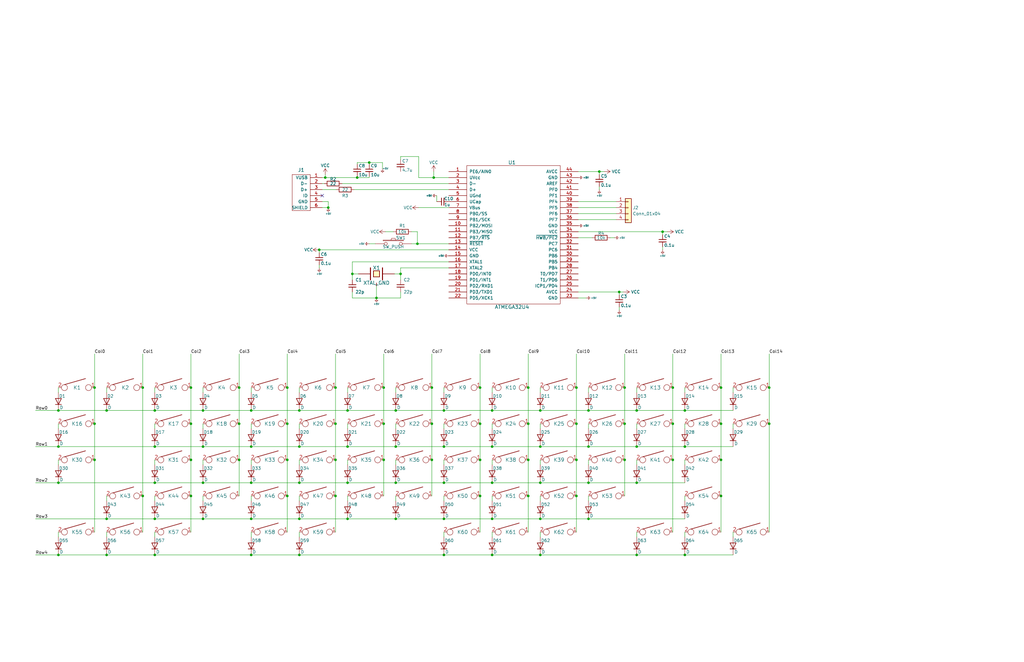
<source format=kicad_sch>
(kicad_sch (version 20211123) (generator eeschema)
  (paper "B")
  (junction (at 105.918 188.468))
  (junction (at 80.518 178.816))
  (junction (at 252.73 72.39))
  (junction (at 283.718 194.056))
  (junction (at 222.758 163.576))
  (junction (at 65.278 218.948))
  (junction (at 146.558 203.708))
  (junction (at 304.038 178.816))
  (junction (at 187.198 203.708))
  (junction (at 24.638 173.228))
  (junction (at 182.118 194.056))
  (junction (at 279.4 97.79))
  (junction (at 105.918 234.188))
  (junction (at 155.702 68.58))
  (junction (at 304.038 209.296))
  (junction (at 85.598 188.468))
  (junction (at 202.438 209.296))
  (junction (at 207.518 218.948))
  (junction (at 39.878 178.816))
  (junction (at 268.478 203.708))
  (junction (at 100.838 194.056))
  (junction (at 268.478 173.228))
  (junction (at 141.478 209.296))
  (junction (at 268.478 234.188))
  (junction (at 161.798 163.576))
  (junction (at 150.622 74.93))
  (junction (at 283.718 163.576))
  (junction (at 121.158 209.296))
  (junction (at 243.078 163.576))
  (junction (at 105.918 203.708))
  (junction (at 227.838 188.468))
  (junction (at 166.878 173.228))
  (junction (at 187.198 234.188))
  (junction (at 202.438 194.056))
  (junction (at 222.758 178.816))
  (junction (at 39.878 194.056))
  (junction (at 166.878 188.468))
  (junction (at 80.518 209.296))
  (junction (at 243.078 194.056))
  (junction (at 44.958 218.948))
  (junction (at 222.758 209.296))
  (junction (at 207.518 203.708))
  (junction (at 304.038 163.576))
  (junction (at 324.358 178.816))
  (junction (at 138.43 87.63))
  (junction (at 207.518 234.188))
  (junction (at 283.718 178.816))
  (junction (at 146.558 188.468))
  (junction (at 248.158 218.948))
  (junction (at 166.878 203.708))
  (junction (at 80.518 163.576))
  (junction (at 126.238 188.468))
  (junction (at 141.478 163.576))
  (junction (at 263.398 163.576))
  (junction (at 243.078 209.296))
  (junction (at 243.078 178.816))
  (junction (at 100.838 163.576))
  (junction (at 80.518 194.056))
  (junction (at 207.518 188.468))
  (junction (at 44.958 234.188))
  (junction (at 85.598 218.948))
  (junction (at 126.238 234.188))
  (junction (at 65.278 234.188))
  (junction (at 161.798 178.816))
  (junction (at 126.238 218.948))
  (junction (at 202.438 163.576))
  (junction (at 39.878 163.576))
  (junction (at 324.358 163.576))
  (junction (at 121.158 178.816))
  (junction (at 105.918 218.948))
  (junction (at 24.638 234.188))
  (junction (at 187.198 173.228))
  (junction (at 65.278 173.228))
  (junction (at 141.478 194.056))
  (junction (at 263.398 178.816))
  (junction (at 146.558 218.948))
  (junction (at 227.838 218.948))
  (junction (at 261.112 123.19))
  (junction (at 187.198 188.468))
  (junction (at 121.158 194.056))
  (junction (at 65.278 188.468))
  (junction (at 248.158 173.228))
  (junction (at 222.758 194.056))
  (junction (at 126.238 173.228))
  (junction (at 65.278 203.708))
  (junction (at 288.798 173.228))
  (junction (at 288.798 188.468))
  (junction (at 227.838 173.228))
  (junction (at 146.558 173.228))
  (junction (at 24.638 188.468))
  (junction (at 207.518 173.228))
  (junction (at 148.59 115.57))
  (junction (at 268.478 188.468))
  (junction (at 263.398 194.056))
  (junction (at 141.478 178.816))
  (junction (at 168.91 115.57))
  (junction (at 158.75 125.73))
  (junction (at 85.598 173.228))
  (junction (at 134.62 105.41))
  (junction (at 182.118 178.816))
  (junction (at 182.88 74.93))
  (junction (at 105.918 173.228))
  (junction (at 227.838 234.188))
  (junction (at 182.118 163.576))
  (junction (at 121.158 163.576))
  (junction (at 227.838 203.708))
  (junction (at 248.158 203.708))
  (junction (at 60.198 209.296))
  (junction (at 60.198 163.576))
  (junction (at 137.16 74.93))
  (junction (at 248.158 188.468))
  (junction (at 202.438 178.816))
  (junction (at 85.598 203.708))
  (junction (at 44.958 173.228))
  (junction (at 126.238 203.708))
  (junction (at 187.198 218.948))
  (junction (at 304.038 194.056))
  (junction (at 161.798 194.056))
  (junction (at 176.022 102.87))
  (junction (at 166.878 218.948))
  (junction (at 100.838 178.816))
  (junction (at 24.638 203.708))
  (junction (at 288.798 234.188))
  (no_connect (at 135.89 82.55))
  (wire (pts (xy 168.91 115.57) (xy 168.91 118.11)))
  (wire (pts (xy 146.558 218.948) (xy 166.878 218.948)))
  (wire (pts (xy 283.718 194.056) (xy 283.718 224.536)))
  (wire (pts (xy 137.16 73.66) (xy 137.16 74.93)))
  (wire (pts (xy 135.89 87.63) (xy 138.43 87.63)))
  (wire (pts (xy 248.158 178.816) (xy 248.158 180.848)))
  (wire (pts (xy 39.878 178.816) (xy 39.878 194.056)))
  (wire (pts (xy 222.758 149.352) (xy 222.758 163.576)))
  (wire (pts (xy 202.438 149.352) (xy 202.438 163.576)))
  (wire (pts (xy 150.622 74.93) (xy 155.702 74.93)))
  (wire (pts (xy 187.198 178.816) (xy 187.198 180.848)))
  (wire (pts (xy 288.798 188.468) (xy 309.118 188.468)))
  (wire (pts (xy 207.518 194.056) (xy 207.518 196.088)))
  (wire (pts (xy 39.878 194.056) (xy 39.878 224.536)))
  (wire (pts (xy 141.478 209.296) (xy 141.478 224.536)))
  (wire (pts (xy 155.702 68.58) (xy 155.702 69.342)))
  (wire (pts (xy 243.84 100.33) (xy 249.682 100.33)))
  (wire (pts (xy 252.73 72.39) (xy 254.762 72.39)))
  (wire (pts (xy 144.272 77.47) (xy 189.23 77.47)))
  (wire (pts (xy 182.118 149.352) (xy 182.118 163.576)))
  (wire (pts (xy 187.198 234.188) (xy 207.518 234.188)))
  (wire (pts (xy 166.878 173.228) (xy 187.198 173.228)))
  (wire (pts (xy 105.918 224.536) (xy 105.918 226.568)))
  (wire (pts (xy 268.478 163.576) (xy 268.478 165.608)))
  (wire (pts (xy 44.958 209.296) (xy 44.958 211.328)))
  (wire (pts (xy 141.478 149.352) (xy 141.478 163.576)))
  (wire (pts (xy 105.918 218.948) (xy 126.238 218.948)))
  (wire (pts (xy 24.638 194.056) (xy 24.638 196.088)))
  (wire (pts (xy 65.278 224.536) (xy 65.278 226.568)))
  (wire (pts (xy 283.718 149.352) (xy 283.718 163.576)))
  (wire (pts (xy 202.438 194.056) (xy 202.438 209.296)))
  (wire (pts (xy 161.798 163.576) (xy 161.798 178.816)))
  (wire (pts (xy 126.238 224.536) (xy 126.238 226.568)))
  (wire (pts (xy 222.758 194.056) (xy 222.758 209.296)))
  (wire (pts (xy 121.158 209.296) (xy 121.158 224.536)))
  (wire (pts (xy 39.878 149.352) (xy 39.878 163.576)))
  (wire (pts (xy 176.022 102.87) (xy 189.23 102.87)))
  (wire (pts (xy 24.638 203.708) (xy 65.278 203.708)))
  (wire (pts (xy 85.598 188.468) (xy 105.918 188.468)))
  (wire (pts (xy 227.838 194.056) (xy 227.838 196.088)))
  (wire (pts (xy 161.29 68.58) (xy 161.29 71.12)))
  (wire (pts (xy 202.438 209.296) (xy 202.438 224.536)))
  (wire (pts (xy 85.598 209.296) (xy 85.598 211.328)))
  (wire (pts (xy 243.84 125.73) (xy 247.142 125.73)))
  (wire (pts (xy 80.518 149.352) (xy 80.518 163.576)))
  (wire (pts (xy 85.598 178.816) (xy 85.598 180.848)))
  (wire (pts (xy 222.758 163.576) (xy 222.758 178.816)))
  (wire (pts (xy 134.62 105.41) (xy 189.23 105.41)))
  (wire (pts (xy 187.198 203.708) (xy 207.518 203.708)))
  (wire (pts (xy 105.918 178.816) (xy 105.918 180.848)))
  (wire (pts (xy 24.638 173.228) (xy 44.958 173.228)))
  (wire (pts (xy 135.89 74.93) (xy 137.16 74.93)))
  (wire (pts (xy 148.59 118.11) (xy 148.59 115.57)))
  (wire (pts (xy 24.638 178.816) (xy 24.638 180.848)))
  (wire (pts (xy 134.62 105.41) (xy 134.62 106.68)))
  (wire (pts (xy 227.838 218.948) (xy 248.158 218.948)))
  (wire (pts (xy 248.158 188.468) (xy 268.478 188.468)))
  (wire (pts (xy 268.478 224.536) (xy 268.478 226.568)))
  (wire (pts (xy 227.838 234.188) (xy 268.478 234.188)))
  (wire (pts (xy 148.59 115.57) (xy 151.13 115.57)))
  (wire (pts (xy 187.198 163.576) (xy 187.198 165.608)))
  (wire (pts (xy 155.702 68.58) (xy 161.29 68.58)))
  (wire (pts (xy 146.558 178.816) (xy 146.558 180.848)))
  (wire (pts (xy 65.278 163.576) (xy 65.278 165.608)))
  (wire (pts (xy 182.88 74.93) (xy 176.53 74.93)))
  (wire (pts (xy 304.038 178.816) (xy 304.038 194.056)))
  (wire (pts (xy 60.198 209.296) (xy 60.198 224.536)))
  (wire (pts (xy 80.518 163.576) (xy 80.518 178.816)))
  (wire (pts (xy 202.438 163.576) (xy 202.438 178.816)))
  (wire (pts (xy 207.518 209.296) (xy 207.518 211.328)))
  (wire (pts (xy 24.638 163.576) (xy 24.638 165.608)))
  (wire (pts (xy 252.73 72.39) (xy 252.73 73.66)))
  (wire (pts (xy 126.238 234.188) (xy 187.198 234.188)))
  (wire (pts (xy 263.398 163.576) (xy 263.398 178.816)))
  (wire (pts (xy 150.622 68.58) (xy 155.702 68.58)))
  (wire (pts (xy 134.62 111.76) (xy 134.62 113.03)))
  (wire (pts (xy 173.482 102.87) (xy 176.022 102.87)))
  (wire (pts (xy 207.518 203.708) (xy 227.838 203.708)))
  (wire (pts (xy 182.118 178.816) (xy 182.118 194.056)))
  (wire (pts (xy 324.358 149.352) (xy 324.358 163.576)))
  (wire (pts (xy 121.158 163.576) (xy 121.158 178.816)))
  (wire (pts (xy 309.118 178.816) (xy 309.118 180.848)))
  (wire (pts (xy 227.838 178.816) (xy 227.838 180.848)))
  (wire (pts (xy 324.358 178.816) (xy 324.358 224.536)))
  (wire (pts (xy 24.638 234.188) (xy 44.958 234.188)))
  (wire (pts (xy 141.478 178.816) (xy 141.478 194.056)))
  (wire (pts (xy 304.038 209.296) (xy 304.038 224.536)))
  (wire (pts (xy 261.112 123.19) (xy 261.112 124.46)))
  (wire (pts (xy 283.718 163.576) (xy 283.718 178.816)))
  (wire (pts (xy 14.986 218.948) (xy 44.958 218.948)))
  (wire (pts (xy 243.84 72.39) (xy 252.73 72.39)))
  (wire (pts (xy 182.118 163.576) (xy 182.118 178.816)))
  (wire (pts (xy 150.622 74.422) (xy 150.622 74.93)))
  (wire (pts (xy 126.238 173.228) (xy 146.558 173.228)))
  (wire (pts (xy 141.478 163.576) (xy 141.478 178.816)))
  (wire (pts (xy 227.838 209.296) (xy 227.838 211.328)))
  (wire (pts (xy 80.518 178.816) (xy 80.518 194.056)))
  (wire (pts (xy 187.198 218.948) (xy 207.518 218.948)))
  (wire (pts (xy 121.158 178.816) (xy 121.158 194.056)))
  (wire (pts (xy 248.158 173.228) (xy 268.478 173.228)))
  (wire (pts (xy 304.038 194.056) (xy 304.038 209.296)))
  (wire (pts (xy 166.878 194.056) (xy 166.878 196.088)))
  (wire (pts (xy 166.878 203.708) (xy 187.198 203.708)))
  (wire (pts (xy 248.158 163.576) (xy 248.158 165.608)))
  (wire (pts (xy 100.838 194.056) (xy 100.838 209.296)))
  (wire (pts (xy 150.622 69.342) (xy 150.622 68.58)))
  (wire (pts (xy 162.56 97.79) (xy 165.862 97.79)))
  (wire (pts (xy 166.878 209.296) (xy 166.878 211.328)))
  (wire (pts (xy 85.598 218.948) (xy 105.918 218.948)))
  (wire (pts (xy 243.078 163.576) (xy 243.078 178.816)))
  (wire (pts (xy 121.158 194.056) (xy 121.158 209.296)))
  (wire (pts (xy 279.4 97.79) (xy 281.432 97.79)))
  (wire (pts (xy 146.558 209.296) (xy 146.558 211.328)))
  (wire (pts (xy 227.838 203.708) (xy 248.158 203.708)))
  (wire (pts (xy 207.518 173.228) (xy 227.838 173.228)))
  (wire (pts (xy 248.158 218.948) (xy 288.798 218.948)))
  (wire (pts (xy 65.278 173.228) (xy 85.598 173.228)))
  (wire (pts (xy 138.43 85.09) (xy 135.89 85.09)))
  (wire (pts (xy 161.798 149.352) (xy 161.798 163.576)))
  (wire (pts (xy 65.278 194.056) (xy 65.278 196.088)))
  (wire (pts (xy 176.022 97.79) (xy 176.022 102.87)))
  (wire (pts (xy 176.53 66.04) (xy 168.91 66.04)))
  (wire (pts (xy 309.118 224.536) (xy 309.118 226.568)))
  (wire (pts (xy 85.598 173.228) (xy 105.918 173.228)))
  (wire (pts (xy 135.89 77.47) (xy 136.652 77.47)))
  (wire (pts (xy 146.558 203.708) (xy 166.878 203.708)))
  (wire (pts (xy 184.15 82.55) (xy 184.15 85.09)))
  (wire (pts (xy 126.238 163.576) (xy 126.238 165.608)))
  (wire (pts (xy 187.198 173.228) (xy 207.518 173.228)))
  (wire (pts (xy 44.958 173.228) (xy 65.278 173.228)))
  (wire (pts (xy 44.958 218.948) (xy 65.278 218.948)))
  (wire (pts (xy 279.4 104.14) (xy 279.4 105.41)))
  (wire (pts (xy 187.198 194.056) (xy 187.198 196.088)))
  (wire (pts (xy 243.84 123.19) (xy 261.112 123.19)))
  (wire (pts (xy 187.198 224.536) (xy 187.198 226.568)))
  (wire (pts (xy 65.278 203.708) (xy 85.598 203.708)))
  (wire (pts (xy 155.702 74.93) (xy 155.702 74.422)))
  (wire (pts (xy 168.91 125.73) (xy 168.91 123.19)))
  (wire (pts (xy 268.478 234.188) (xy 288.798 234.188)))
  (wire (pts (xy 227.838 188.468) (xy 248.158 188.468)))
  (wire (pts (xy 80.518 209.296) (xy 80.518 224.536)))
  (wire (pts (xy 65.278 178.816) (xy 65.278 180.848)))
  (wire (pts (xy 126.238 209.296) (xy 126.238 211.328)))
  (wire (pts (xy 207.518 178.816) (xy 207.518 180.848)))
  (wire (pts (xy 148.59 110.49) (xy 189.23 110.49)))
  (wire (pts (xy 227.838 173.228) (xy 248.158 173.228)))
  (wire (pts (xy 126.238 203.708) (xy 146.558 203.708)))
  (wire (pts (xy 304.038 163.576) (xy 304.038 178.816)))
  (wire (pts (xy 85.598 203.708) (xy 105.918 203.708)))
  (wire (pts (xy 60.198 149.352) (xy 60.198 163.576)))
  (wire (pts (xy 148.59 115.57) (xy 148.59 110.49)))
  (wire (pts (xy 161.798 194.056) (xy 161.798 209.296)))
  (wire (pts (xy 141.478 194.056) (xy 141.478 209.296)))
  (wire (pts (xy 146.558 173.228) (xy 166.878 173.228)))
  (wire (pts (xy 105.918 173.228) (xy 126.238 173.228)))
  (wire (pts (xy 243.84 90.17) (xy 259.842 90.17)))
  (wire (pts (xy 173.482 97.79) (xy 176.022 97.79)))
  (wire (pts (xy 268.478 203.708) (xy 288.798 203.708)))
  (wire (pts (xy 207.518 224.536) (xy 207.518 226.568)))
  (wire (pts (xy 100.838 163.576) (xy 100.838 178.816)))
  (wire (pts (xy 24.638 188.468) (xy 65.278 188.468)))
  (wire (pts (xy 243.078 209.296) (xy 243.078 224.536)))
  (wire (pts (xy 187.198 188.468) (xy 207.518 188.468)))
  (wire (pts (xy 304.038 149.352) (xy 304.038 163.576)))
  (wire (pts (xy 158.75 120.65) (xy 158.75 125.73)))
  (wire (pts (xy 207.518 218.948) (xy 227.838 218.948)))
  (wire (pts (xy 121.158 149.352) (xy 121.158 163.576)))
  (wire (pts (xy 202.438 178.816) (xy 202.438 194.056)))
  (wire (pts (xy 105.918 194.056) (xy 105.918 196.088)))
  (wire (pts (xy 288.798 178.816) (xy 288.798 180.848)))
  (wire (pts (xy 39.878 163.576) (xy 39.878 178.816)))
  (wire (pts (xy 14.986 234.188) (xy 24.638 234.188)))
  (wire (pts (xy 149.352 80.01) (xy 189.23 80.01)))
  (wire (pts (xy 207.518 188.468) (xy 227.838 188.468)))
  (wire (pts (xy 268.478 178.816) (xy 268.478 180.848)))
  (wire (pts (xy 158.75 125.73) (xy 168.91 125.73)))
  (wire (pts (xy 14.986 173.228) (xy 24.638 173.228)))
  (wire (pts (xy 126.238 178.816) (xy 126.238 180.848)))
  (wire (pts (xy 288.798 209.296) (xy 288.798 211.328)))
  (wire (pts (xy 263.398 149.352) (xy 263.398 163.576)))
  (wire (pts (xy 138.43 87.63) (xy 138.43 85.09)))
  (wire (pts (xy 288.798 173.228) (xy 309.118 173.228)))
  (wire (pts (xy 207.518 234.188) (xy 227.838 234.188)))
  (wire (pts (xy 148.59 125.73) (xy 148.59 123.19)))
  (wire (pts (xy 243.84 92.71) (xy 259.842 92.71)))
  (wire (pts (xy 65.278 218.948) (xy 85.598 218.948)))
  (wire (pts (xy 126.238 218.948) (xy 146.558 218.948)))
  (wire (pts (xy 324.358 163.576) (xy 324.358 178.816)))
  (wire (pts (xy 176.53 87.63) (xy 189.23 87.63)))
  (wire (pts (xy 279.4 97.79) (xy 279.4 99.06)))
  (wire (pts (xy 261.112 123.19) (xy 262.89 123.19)))
  (wire (pts (xy 248.158 194.056) (xy 248.158 196.088)))
  (wire (pts (xy 222.758 209.296) (xy 222.758 224.536)))
  (wire (pts (xy 166.37 115.57) (xy 168.91 115.57)))
  (wire (pts (xy 166.878 178.816) (xy 166.878 180.848)))
  (wire (pts (xy 263.398 178.816) (xy 263.398 194.056)))
  (wire (pts (xy 243.078 178.816) (xy 243.078 194.056)))
  (wire (pts (xy 243.078 149.352) (xy 243.078 163.576)))
  (wire (pts (xy 100.838 178.816) (xy 100.838 194.056)))
  (wire (pts (xy 146.558 163.576) (xy 146.558 165.608)))
  (wire (pts (xy 207.518 163.576) (xy 207.518 165.608)))
  (wire (pts (xy 105.918 234.188) (xy 126.238 234.188)))
  (wire (pts (xy 261.112 129.54) (xy 261.112 130.81)))
  (wire (pts (xy 283.718 178.816) (xy 283.718 194.056)))
  (wire (pts (xy 263.398 194.056) (xy 263.398 209.296)))
  (wire (pts (xy 166.878 163.576) (xy 166.878 165.608)))
  (wire (pts (xy 227.838 163.576) (xy 227.838 165.608)))
  (wire (pts (xy 161.798 178.816) (xy 161.798 194.056)))
  (wire (pts (xy 14.986 203.708) (xy 24.638 203.708)))
  (wire (pts (xy 176.53 66.04) (xy 176.53 74.93)))
  (wire (pts (xy 44.958 234.188) (xy 65.278 234.188)))
  (wire (pts (xy 189.23 74.93) (xy 182.88 74.93)))
  (wire (pts (xy 65.278 188.468) (xy 85.598 188.468)))
  (wire (pts (xy 222.758 178.816) (xy 222.758 194.056)))
  (wire (pts (xy 166.878 218.948) (xy 187.198 218.948)))
  (wire (pts (xy 146.558 194.056) (xy 146.558 196.088)))
  (wire (pts (xy 105.918 209.296) (xy 105.918 211.328)))
  (wire (pts (xy 65.278 234.188) (xy 105.918 234.188)))
  (wire (pts (xy 100.838 149.352) (xy 100.838 163.576)))
  (wire (pts (xy 288.798 234.188) (xy 309.118 234.188)))
  (wire (pts (xy 14.986 188.468) (xy 24.638 188.468)))
  (wire (pts (xy 248.158 203.708) (xy 268.478 203.708)))
  (wire (pts (xy 80.518 194.056) (xy 80.518 209.296)))
  (wire (pts (xy 60.198 163.576) (xy 60.198 209.296)))
  (wire (pts (xy 182.88 72.39) (xy 182.88 74.93)))
  (wire (pts (xy 85.598 163.576) (xy 85.598 165.608)))
  (wire (pts (xy 243.84 87.63) (xy 259.842 87.63)))
  (wire (pts (xy 126.238 188.468) (xy 146.558 188.468)))
  (wire (pts (xy 189.23 113.03) (xy 168.91 113.03)))
  (wire (pts (xy 227.838 224.536) (xy 227.838 226.568)))
  (wire (pts (xy 166.878 188.468) (xy 187.198 188.468)))
  (wire (pts (xy 137.16 74.93) (xy 150.622 74.93)))
  (wire (pts (xy 44.958 163.576) (xy 44.958 165.608)))
  (wire (pts (xy 44.958 224.536) (xy 44.958 226.568)))
  (wire (pts (xy 288.798 194.056) (xy 288.798 196.088)))
  (wire (pts (xy 105.918 203.708) (xy 126.238 203.708)))
  (wire (pts (xy 252.73 78.74) (xy 252.73 80.01)))
  (wire (pts (xy 155.702 102.87) (xy 158.242 102.87)))
  (wire (pts (xy 126.238 194.056) (xy 126.238 196.088)))
  (wire (pts (xy 105.918 163.576) (xy 105.918 165.608)))
  (wire (pts (xy 24.638 224.536) (xy 24.638 226.568)))
  (wire (pts (xy 243.84 85.09) (xy 259.842 85.09)))
  (wire (pts (xy 257.302 100.33) (xy 259.08 100.33)))
  (wire (pts (xy 146.558 188.468) (xy 166.878 188.468)))
  (wire (pts (xy 168.91 66.04) (xy 168.91 67.31)))
  (wire (pts (xy 168.91 113.03) (xy 168.91 115.57)))
  (wire (pts (xy 248.158 209.296) (xy 248.158 211.328)))
  (wire (pts (xy 243.84 97.79) (xy 279.4 97.79)))
  (wire (pts (xy 243.078 194.056) (xy 243.078 209.296)))
  (wire (pts (xy 309.118 163.576) (xy 309.118 165.608)))
  (wire (pts (xy 65.278 209.296) (xy 65.278 211.328)))
  (wire (pts (xy 85.598 194.056) (xy 85.598 196.088)))
  (wire (pts (xy 268.478 173.228) (xy 288.798 173.228)))
  (wire (pts (xy 182.118 194.056) (xy 182.118 209.296)))
  (wire (pts (xy 135.89 80.01) (xy 141.732 80.01)))
  (wire (pts (xy 158.75 125.73) (xy 148.59 125.73)))
  (wire (pts (xy 187.198 209.296) (xy 187.198 211.328)))
  (wire (pts (xy 105.918 188.468) (xy 126.238 188.468)))
  (wire (pts (xy 288.798 224.536) (xy 288.798 226.568)))
  (wire (pts (xy 268.478 194.056) (xy 268.478 196.088)))
  (wire (pts (xy 268.478 188.468) (xy 288.798 188.468)))
  (wire (pts (xy 288.798 163.576) (xy 288.798 165.608)))
  (label "Row1" (at 14.986 188.468 0))
  (label "Row2" (at 14.986 203.708 0))
  (label "Col6" (at 161.798 149.352 0))
  (label "Col2" (at 80.518 149.352 0))
  (label "Col14" (at 324.358 149.352 0))
  (label "Col3" (at 100.838 149.352 0))
  (label "Col11" (at 263.398 149.352 0))
  (label "Col0" (at 39.878 149.352 0))
  (label "Col5" (at 141.478 149.352 0))
  (label "Col9" (at 222.758 149.352 0))
  (label "Col1" (at 60.198 149.352 0))
  (label "Col7" (at 182.118 149.352 0))
  (label "Row0" (at 14.986 173.228 0))
  (label "Row3" (at 14.986 218.948 0))
  (label "Col10" (at 243.078 149.352 0))
  (label "Col4" (at 121.158 149.352 0))
  (label "Col13" (at 304.038 149.352 0))
  (label "Col8" (at 202.438 149.352 0))
  (label "Col12" (at 283.718 149.352 0))
  (label "Row4" (at 14.986 234.188 0))
  (symbol (lib_id "Device:D") (at 288.798 169.418 90) (unit 1)
    (property "Reference" "D14" (at 289.052 167.132 90) (effects (justify right)))
    (property "Value" "D" (at 289.306 171.958 90) (effects (justify right)))
  )
  (symbol (lib_id "Device:D") (at 65.278 199.898 90) (unit 1)
    (property "Reference" "D31" (at 65.532 197.612 90) (effects (justify right)))
    (property "Value" "D" (at 65.786 202.438 90) (effects (justify right)))
  )
  (symbol (lib_id "keyboard_parts:KEYSW") (at 32.258 224.536 0) (unit 1)
    (property "Reference" "K55" (at 32.512 224.536 0) (effects (font (size 1.524 1.524))))
    (property "Value" "KEYSW" (effects hide))
  )
  (symbol (lib_id "keyboard_parts:KEYSW") (at 255.778 209.296 0) (unit 1)
    (property "Reference" "K53" (at 256.032 209.296 0) (effects (font (size 1.524 1.524))))
    (property "Value" "KEYSW" (effects hide))
  )
  (symbol (lib_id "keyboard_parts:GND") (at 243.84 74.93 90) (unit 1)
    (property "Reference" "#PWR09" (effects hide))
    (property "Value" "GND" (at 248.285 74.93 90) (effects (font (size 0.762 0.762)) (justify left)))
  )
  (symbol (lib_id "Device:D") (at 24.638 184.658 90) (unit 1)
    (property "Reference" "D16" (at 24.892 182.372 90) (effects (justify right)))
    (property "Value" "D" (at 25.146 187.198 90) (effects (justify right)))
  )
  (symbol (lib_id "keyboard_parts:KEYSW") (at 93.218 178.816 0) (unit 1)
    (property "Reference" "K18" (at 93.472 178.816 0) (effects (font (size 1.524 1.524))))
    (property "Value" "KEYSW" (effects hide))
  )
  (symbol (lib_id "keyboard_parts:KEYSW") (at 113.538 163.576 0) (unit 1)
    (property "Reference" "K5" (at 113.792 163.576 0) (effects (font (size 1.524 1.524))))
    (property "Value" "KEYSW" (effects hide))
  )
  (symbol (lib_id "keyboard_parts:KEYSW") (at 113.538 209.296 0) (unit 1)
    (property "Reference" "K46" (at 113.792 209.296 0) (effects (font (size 1.524 1.524))))
    (property "Value" "KEYSW" (effects hide))
  )
  (symbol (lib_id "keyboard_parts:KEYSW") (at 255.778 178.816 0) (unit 1)
    (property "Reference" "K26" (at 256.032 178.816 0) (effects (font (size 1.524 1.524))))
    (property "Value" "KEYSW" (effects hide))
  )
  (symbol (lib_id "Device:D") (at 207.518 230.378 90) (unit 1)
    (property "Reference" "D61" (at 207.772 228.092 90) (effects (justify right)))
    (property "Value" "D" (at 208.026 232.918 90) (effects (justify right)))
  )
  (symbol (lib_id "Device:D") (at 44.958 215.138 90) (unit 1)
    (property "Reference" "D43" (at 45.212 212.852 90) (effects (justify right)))
    (property "Value" "D" (at 45.466 217.678 90) (effects (justify right)))
  )
  (symbol (lib_id "Device:D") (at 207.518 199.898 90) (unit 1)
    (property "Reference" "D38" (at 207.772 197.612 90) (effects (justify right)))
    (property "Value" "D" (at 208.026 202.438 90) (effects (justify right)))
  )
  (symbol (lib_id "keyboard_parts:KEYSW") (at 255.778 163.576 0) (unit 1)
    (property "Reference" "K12" (at 256.032 163.576 0) (effects (font (size 1.524 1.524))))
    (property "Value" "KEYSW" (effects hide))
  )
  (symbol (lib_id "Device:D") (at 126.238 169.418 90) (unit 1)
    (property "Reference" "D6" (at 126.492 167.132 90) (effects (justify right)))
    (property "Value" "D" (at 126.746 171.958 90) (effects (justify right)))
  )
  (symbol (lib_id "keyboard_parts:SW_PUSH") (at 165.862 102.87 0) (unit 1)
    (property "Reference" "SW1" (at 169.037 100.33 0))
    (property "Value" "SW_PUSH" (at 165.862 104.14 0))
  )
  (symbol (lib_id "Device:C_Small") (at 252.73 76.2 0) (unit 1)
    (property "Reference" "C5" (at 253.365 74.295 0) (effects (justify left)))
    (property "Value" "0.1u" (at 253.365 78.105 0) (effects (justify left)))
  )
  (symbol (lib_id "Device:D") (at 268.478 199.898 90) (unit 1)
    (property "Reference" "D41" (at 268.732 197.612 90) (effects (justify right)))
    (property "Value" "D" (at 268.986 202.438 90) (effects (justify right)))
  )
  (symbol (lib_id "keyboard_parts:KEYSW") (at 194.818 194.056 0) (unit 1)
    (property "Reference" "K37" (at 195.072 194.056 0) (effects (font (size 1.524 1.524))))
    (property "Value" "KEYSW" (effects hide))
  )
  (symbol (lib_id "Device:R") (at 145.542 80.01 90) (unit 1)
    (property "Reference" "R3" (at 145.542 82.55 90))
    (property "Value" "22" (at 145.542 80.01 90))
  )
  (symbol (lib_id "Device:D") (at 268.478 184.658 90) (unit 1)
    (property "Reference" "D27" (at 268.732 182.372 90) (effects (justify right)))
    (property "Value" "D" (at 268.986 187.198 90) (effects (justify right)))
  )
  (symbol (lib_id "Device:D") (at 309.118 230.378 90) (unit 1)
    (property "Reference" "D65" (at 309.372 228.092 90) (effects (justify right)))
    (property "Value" "D" (at 309.626 232.918 90) (effects (justify right)))
  )
  (symbol (lib_id "keyboard_parts:KEYSW") (at 316.738 224.536 0) (unit 1)
    (property "Reference" "K65" (at 316.992 224.536 0) (effects (font (size 1.524 1.524))))
    (property "Value" "KEYSW" (effects hide))
  )
  (symbol (lib_id "Device:D") (at 309.118 169.418 90) (unit 1)
    (property "Reference" "D15" (at 309.372 167.132 90) (effects (justify right)))
    (property "Value" "D" (at 309.626 171.958 90) (effects (justify right)))
  )
  (symbol (lib_id "Device:D") (at 126.238 184.658 90) (unit 1)
    (property "Reference" "D20" (at 126.492 182.372 90) (effects (justify right)))
    (property "Value" "D" (at 126.746 187.198 90) (effects (justify right)))
  )
  (symbol (lib_id "Device:C_Small") (at 261.112 127 0) (unit 1)
    (property "Reference" "C3" (at 261.747 125.095 0) (effects (justify left)))
    (property "Value" "0.1u" (at 261.747 128.905 0) (effects (justify left)))
  )
  (symbol (lib_id "keyboard_parts:KEYSW") (at 93.218 163.576 0) (unit 1)
    (property "Reference" "K4" (at 93.472 163.576 0) (effects (font (size 1.524 1.524))))
    (property "Value" "KEYSW" (effects hide))
  )
  (symbol (lib_id "power:VCC") (at 134.62 105.41 90) (unit 1)
    (property "Reference" "#PWR0104" (effects hide))
    (property "Value" "VCC" (at 130.175 105.41 90))
  )
  (symbol (lib_id "Device:D") (at 105.918 169.418 90) (unit 1)
    (property "Reference" "D5" (at 106.172 167.132 90) (effects (justify right)))
    (property "Value" "D" (at 106.426 171.958 90) (effects (justify right)))
  )
  (symbol (lib_id "keyboard_parts:GND") (at 134.62 113.03 0) (unit 1)
    (property "Reference" "#PWR0103" (effects hide))
    (property "Value" "GND" (at 134.62 115.57 0) (effects (font (size 0.762 0.762))))
  )
  (symbol (lib_id "keyboard_parts:KEYSW") (at 235.458 178.816 0) (unit 1)
    (property "Reference" "K25" (at 235.712 178.816 0) (effects (font (size 1.524 1.524))))
    (property "Value" "KEYSW" (effects hide))
  )
  (symbol (lib_id "keyboard_parts:KEYSW") (at 296.418 163.576 0) (unit 1)
    (property "Reference" "K14" (at 296.672 163.576 0) (effects (font (size 1.524 1.524))))
    (property "Value" "KEYSW" (effects hide))
  )
  (symbol (lib_id "keyboard_parts:KEYSW") (at 32.258 194.056 0) (unit 1)
    (property "Reference" "K30" (at 32.512 194.056 0) (effects (font (size 1.524 1.524))))
    (property "Value" "KEYSW" (effects hide))
  )
  (symbol (lib_id "keyboard_parts:KEYSW") (at 296.418 194.056 0) (unit 1)
    (property "Reference" "K42" (at 296.672 194.056 0) (effects (font (size 1.524 1.524))))
    (property "Value" "KEYSW" (effects hide))
  )
  (symbol (lib_id "keyboard_parts:KEYSW") (at 113.538 194.056 0) (unit 1)
    (property "Reference" "K33" (at 113.792 194.056 0) (effects (font (size 1.524 1.524))))
    (property "Value" "KEYSW" (effects hide))
  )
  (symbol (lib_id "keyboard_parts:KEYSW") (at 72.898 224.536 0) (unit 1)
    (property "Reference" "K57" (at 73.152 224.536 0) (effects (font (size 1.524 1.524))))
    (property "Value" "KEYSW" (effects hide))
  )
  (symbol (lib_id "Device:D") (at 44.958 230.378 90) (unit 1)
    (property "Reference" "D56" (at 45.212 228.092 90) (effects (justify right)))
    (property "Value" "D" (at 45.466 232.918 90) (effects (justify right)))
  )
  (symbol (lib_id "Device:D") (at 187.198 215.138 90) (unit 1)
    (property "Reference" "D50" (at 187.452 212.852 90) (effects (justify right)))
    (property "Value" "D" (at 187.706 217.678 90) (effects (justify right)))
  )
  (symbol (lib_id "Device:D") (at 288.798 199.898 90) (unit 1)
    (property "Reference" "D42" (at 289.052 197.612 90) (effects (justify right)))
    (property "Value" "D" (at 289.306 202.438 90) (effects (justify right)))
  )
  (symbol (lib_id "Device:D") (at 166.878 215.138 90) (unit 1)
    (property "Reference" "D49" (at 167.132 212.852 90) (effects (justify right)))
    (property "Value" "D" (at 167.386 217.678 90) (effects (justify right)))
  )
  (symbol (lib_id "keyboard_parts:KEYSW") (at 52.578 224.536 0) (unit 1)
    (property "Reference" "K56" (at 52.832 224.536 0) (effects (font (size 1.524 1.524))))
    (property "Value" "KEYSW" (effects hide))
  )
  (symbol (lib_id "Device:D") (at 227.838 230.378 90) (unit 1)
    (property "Reference" "D62" (at 228.092 228.092 90) (effects (justify right)))
    (property "Value" "D" (at 228.346 232.918 90) (effects (justify right)))
  )
  (symbol (lib_id "Device:D") (at 227.838 184.658 90) (unit 1)
    (property "Reference" "D25" (at 228.092 182.372 90) (effects (justify right)))
    (property "Value" "D" (at 228.346 187.198 90) (effects (justify right)))
  )
  (symbol (lib_id "Device:D") (at 187.198 230.378 90) (unit 1)
    (property "Reference" "D60" (at 187.452 228.092 90) (effects (justify right)))
    (property "Value" "D" (at 187.706 232.918 90) (effects (justify right)))
  )
  (symbol (lib_id "keyboard_parts:KEYSW") (at 215.138 194.056 0) (unit 1)
    (property "Reference" "K38" (at 215.392 194.056 0) (effects (font (size 1.524 1.524))))
    (property "Value" "KEYSW" (effects hide))
  )
  (symbol (lib_id "keyboard_parts:KEYSW") (at 276.098 194.056 0) (unit 1)
    (property "Reference" "K41" (at 276.352 194.056 0) (effects (font (size 1.524 1.524))))
    (property "Value" "KEYSW" (effects hide))
  )
  (symbol (lib_id "Device:D") (at 65.278 215.138 90) (unit 1)
    (property "Reference" "D44" (at 65.532 212.852 90) (effects (justify right)))
    (property "Value" "D" (at 65.786 217.678 90) (effects (justify right)))
  )
  (symbol (lib_id "keyboard_parts:KEYSW") (at 133.858 178.816 0) (unit 1)
    (property "Reference" "K20" (at 134.112 178.816 0) (effects (font (size 1.524 1.524))))
    (property "Value" "KEYSW" (effects hide))
  )
  (symbol (lib_id "power:VCC") (at 162.56 97.79 90) (unit 1)
    (property "Reference" "#PWR05" (effects hide))
    (property "Value" "VCC" (at 160.02 97.79 90) (effects (justify left)))
  )
  (symbol (lib_id "keyboard_parts:KEYSW") (at 154.178 209.296 0) (unit 1)
    (property "Reference" "K48" (at 154.432 209.296 0) (effects (font (size 1.524 1.524))))
    (property "Value" "KEYSW" (effects hide))
  )
  (symbol (lib_id "Device:R") (at 169.672 97.79 90) (unit 1)
    (property "Reference" "R1" (at 169.672 95.25 90))
    (property "Value" "10k" (at 169.672 97.79 90))
  )
  (symbol (lib_id "Device:D") (at 268.478 230.378 90) (unit 1)
    (property "Reference" "D63" (at 268.732 228.092 90) (effects (justify right)))
    (property "Value" "D" (at 268.986 232.918 90) (effects (justify right)))
  )
  (symbol (lib_id "keyboard_parts:KEYSW") (at 32.258 163.576 0) (unit 1)
    (property "Reference" "K1" (at 32.512 163.576 0) (effects (font (size 1.524 1.524))))
    (property "Value" "KEYSW" (effects hide))
  )
  (symbol (lib_id "Device:D") (at 166.878 199.898 90) (unit 1)
    (property "Reference" "D36" (at 167.132 197.612 90) (effects (justify right)))
    (property "Value" "D" (at 167.386 202.438 90) (effects (justify right)))
  )
  (symbol (lib_id "keyboard_parts:GND") (at 252.73 80.01 0) (unit 1)
    (property "Reference" "#PWR0107" (effects hide))
    (property "Value" "GND" (at 252.73 82.55 0) (effects (font (size 0.762 0.762))))
  )
  (symbol (lib_id "Device:C_Small") (at 168.91 120.65 0) (unit 1)
    (property "Reference" "C2" (at 170.18 118.11 0) (effects (justify left)))
    (property "Value" "22p" (at 170.18 123.19 0) (effects (justify left)))
  )
  (symbol (lib_id "keyboard_parts:KEYSW") (at 235.458 194.056 0) (unit 1)
    (property "Reference" "K39" (at 235.712 194.056 0) (effects (font (size 1.524 1.524))))
    (property "Value" "KEYSW" (effects hide))
  )
  (symbol (lib_id "Device:C_Small") (at 134.62 109.22 0) (unit 1)
    (property "Reference" "C6" (at 135.255 107.315 0) (effects (justify left)))
    (property "Value" "0.1u" (at 135.255 111.125 0) (effects (justify left)))
  )
  (symbol (lib_id "keyboard_parts:KEYSW") (at 296.418 178.816 0) (unit 1)
    (property "Reference" "K28" (at 296.672 178.816 0) (effects (font (size 1.524 1.524))))
    (property "Value" "KEYSW" (effects hide))
  )
  (symbol (lib_id "power:VCC") (at 176.53 87.63 90) (unit 1)
    (property "Reference" "#PWR06" (effects hide))
    (property "Value" "VCC" (at 173.99 87.63 90) (effects (justify left)))
  )
  (symbol (lib_id "Device:R") (at 140.462 77.47 90) (unit 1)
    (property "Reference" "R2" (at 140.462 75.565 90))
    (property "Value" "22" (at 140.462 77.47 90))
  )
  (symbol (lib_id "power:VCC") (at 137.16 73.66 0) (unit 1)
    (property "Reference" "#PWR01" (effects hide))
    (property "Value" "VCC" (at 137.16 69.85 0))
  )
  (symbol (lib_id "keyboard_parts:KEYSW") (at 72.898 178.816 0) (unit 1)
    (property "Reference" "K17" (at 73.152 178.816 0) (effects (font (size 1.524 1.524))))
    (property "Value" "KEYSW" (effects hide))
  )
  (symbol (lib_id "Device:D") (at 248.158 184.658 90) (unit 1)
    (property "Reference" "D26" (at 248.412 182.372 90) (effects (justify right)))
    (property "Value" "D" (at 248.666 187.198 90) (effects (justify right)))
  )
  (symbol (lib_id "Device:C_Small") (at 186.69 85.09 90) (unit 1)
    (property "Reference" "C10" (at 189.23 83.82 90))
    (property "Value" "1u" (at 188.595 86.36 90))
  )
  (symbol (lib_id "keyboard_parts:KEYSW") (at 276.098 178.816 0) (unit 1)
    (property "Reference" "K27" (at 276.352 178.816 0) (effects (font (size 1.524 1.524))))
    (property "Value" "KEYSW" (effects hide))
  )
  (symbol (lib_id "Device:D") (at 105.918 230.378 90) (unit 1)
    (property "Reference" "D58" (at 106.172 228.092 90) (effects (justify right)))
    (property "Value" "D" (at 106.426 232.918 90) (effects (justify right)))
  )
  (symbol (lib_id "Device:D") (at 65.278 230.378 90) (unit 1)
    (property "Reference" "D57" (at 65.532 228.092 90) (effects (justify right)))
    (property "Value" "D" (at 65.786 232.918 90) (effects (justify right)))
  )
  (symbol (lib_id "Device:D") (at 126.238 230.378 90) (unit 1)
    (property "Reference" "D59" (at 126.492 228.092 90) (effects (justify right)))
    (property "Value" "D" (at 126.746 232.918 90) (effects (justify right)))
  )
  (symbol (lib_id "Device:D") (at 126.238 199.898 90) (unit 1)
    (property "Reference" "D34" (at 126.492 197.612 90) (effects (justify right)))
    (property "Value" "D" (at 126.746 202.438 90) (effects (justify right)))
  )
  (symbol (lib_id "Device:C_Small") (at 148.59 120.65 0) (unit 1)
    (property "Reference" "C1" (at 149.86 118.11 0) (effects (justify left)))
    (property "Value" "22p" (at 149.86 123.19 0) (effects (justify left)))
  )
  (symbol (lib_id "Device:C_Small") (at 155.702 71.882 0) (unit 1)
    (property "Reference" "C9" (at 156.337 69.977 0) (effects (justify left)))
    (property "Value" "10u" (at 156.337 73.787 0) (effects (justify left)))
  )
  (symbol (lib_id "Device:D") (at 248.158 199.898 90) (unit 1)
    (property "Reference" "D40" (at 248.412 197.612 90) (effects (justify right)))
    (property "Value" "D" (at 248.666 202.438 90) (effects (justify right)))
  )
  (symbol (lib_id "keyboard_parts:KEYSW") (at 133.858 194.056 0) (unit 1)
    (property "Reference" "K34" (at 134.112 194.056 0) (effects (font (size 1.524 1.524))))
    (property "Value" "KEYSW" (effects hide))
  )
  (symbol (lib_id "Device:D") (at 207.518 184.658 90) (unit 1)
    (property "Reference" "D24" (at 207.772 182.372 90) (effects (justify right)))
    (property "Value" "D" (at 208.026 187.198 90) (effects (justify right)))
  )
  (symbol (lib_id "keyboard_parts:GND") (at 247.142 125.73 90) (unit 1)
    (property "Reference" "#PWR011" (effects hide))
    (property "Value" "GND" (at 251.587 125.73 90) (effects (font (size 0.762 0.762)) (justify left)))
  )
  (symbol (lib_id "keyboard_parts:KEYSW") (at 194.818 224.536 0) (unit 1)
    (property "Reference" "K60" (at 195.072 224.536 0) (effects (font (size 1.524 1.524))))
    (property "Value" "KEYSW" (effects hide))
  )
  (symbol (lib_id "keyboard_parts:KEYSW") (at 72.898 209.296 0) (unit 1)
    (property "Reference" "K44" (at 73.152 209.296 0) (effects (font (size 1.524 1.524))))
    (property "Value" "KEYSW" (effects hide))
  )
  (symbol (lib_id "keyboard_parts:KEYSW") (at 93.218 209.296 0) (unit 1)
    (property "Reference" "K45" (at 93.472 209.296 0) (effects (font (size 1.524 1.524))))
    (property "Value" "KEYSW" (effects hide))
  )
  (symbol (lib_id "keyboard_parts:KEYSW") (at 154.178 178.816 0) (unit 1)
    (property "Reference" "K21" (at 154.432 178.816 0) (effects (font (size 1.524 1.524))))
    (property "Value" "KEYSW" (effects hide))
  )
  (symbol (lib_id "Connector_Generic:Conn_01x04") (at 264.922 87.63 0) (unit 1)
    (property "Reference" "J2" (at 266.827 87.63 0) (effects (justify left)))
    (property "Value" "Conn_01x04" (at 266.827 90.17 0) (effects (justify left)))
  )
  (symbol (lib_id "keyboard_parts:ATMEGA32U4") (at 215.9 99.06 0) (unit 1)
    (property "Reference" "U1" (at 215.9 68.58 0) (effects (font (size 1.524 1.524))))
    (property "Value" "ATMEGA32U4" (at 215.9 129.54 0) (effects (font (size 1.524 1.524))))
  )
  (symbol (lib_id "keyboard_parts:KEYSW") (at 276.098 163.576 0) (unit 1)
    (property "Reference" "K13" (at 276.352 163.576 0) (effects (font (size 1.524 1.524))))
    (property "Value" "KEYSW" (effects hide))
  )
  (symbol (lib_id "Device:D") (at 268.478 169.418 90) (unit 1)
    (property "Reference" "D13" (at 268.732 167.132 90) (effects (justify right)))
    (property "Value" "D" (at 268.986 171.958 90) (effects (justify right)))
  )
  (symbol (lib_id "keyboard_parts:KEYSW") (at 174.498 194.056 0) (unit 1)
    (property "Reference" "K36" (at 174.752 194.056 0) (effects (font (size 1.524 1.524))))
    (property "Value" "KEYSW" (effects hide))
  )
  (symbol (lib_id "keyboard_parts:KEYSW") (at 154.178 163.576 0) (unit 1)
    (property "Reference" "K7" (at 154.432 163.576 0) (effects (font (size 1.524 1.524))))
    (property "Value" "KEYSW" (effects hide))
  )
  (symbol (lib_id "keyboard_parts:XTAL_GND") (at 158.75 115.57 0) (unit 1)
    (property "Reference" "X1" (at 158.75 113.03 0) (effects (font (size 1.524 1.524))))
    (property "Value" "XTAL_GND" (at 158.75 119.38 0) (effects (font (size 1.524 1.524))))
  )
  (symbol (lib_id "keyboard_parts:KEYSW") (at 276.098 224.536 0) (unit 1)
    (property "Reference" "K63" (at 276.352 224.536 0) (effects (font (size 1.524 1.524))))
    (property "Value" "KEYSW" (effects hide))
  )
  (symbol (lib_id "Device:D") (at 146.558 199.898 90) (unit 1)
    (property "Reference" "D35" (at 146.812 197.612 90) (effects (justify right)))
    (property "Value" "D" (at 147.066 202.438 90) (effects (justify right)))
  )
  (symbol (lib_id "keyboard_parts:GND") (at 161.29 71.12 0) (unit 1)
    (property "Reference" "#PWR04" (effects hide))
    (property "Value" "GND" (at 162.56 71.12 0) (effects (font (size 0.762 0.762))))
  )
  (symbol (lib_id "keyboard_parts:GND") (at 279.4 105.41 0) (unit 1)
    (property "Reference" "#PWR0108" (effects hide))
    (property "Value" "GND" (at 279.4 107.95 0) (effects (font (size 0.762 0.762))))
  )
  (symbol (lib_id "keyboard_parts:KEYSW") (at 133.858 163.576 0) (unit 1)
    (property "Reference" "K6" (at 134.112 163.576 0) (effects (font (size 1.524 1.524))))
    (property "Value" "KEYSW" (effects hide))
  )
  (symbol (lib_id "Device:D") (at 85.598 215.138 90) (unit 1)
    (property "Reference" "D45" (at 85.852 212.852 90) (effects (justify right)))
    (property "Value" "D" (at 86.106 217.678 90) (effects (justify right)))
  )
  (symbol (lib_id "Device:D") (at 166.878 184.658 90) (unit 1)
    (property "Reference" "D22" (at 167.132 182.372 90) (effects (justify right)))
    (property "Value" "D" (at 167.386 187.198 90) (effects (justify right)))
  )
  (symbol (lib_id "Device:D") (at 24.638 199.898 90) (unit 1)
    (property "Reference" "D30" (at 24.892 197.612 90) (effects (justify right)))
    (property "Value" "D" (at 25.146 202.438 90) (effects (justify right)))
  )
  (symbol (lib_id "keyboard_parts:KEYSW") (at 235.458 163.576 0) (unit 1)
    (property "Reference" "K11" (at 235.712 163.576 0) (effects (font (size 1.524 1.524))))
    (property "Value" "KEYSW" (effects hide))
  )
  (symbol (lib_id "Device:D") (at 146.558 169.418 90) (unit 1)
    (property "Reference" "D7" (at 146.812 167.132 90) (effects (justify right)))
    (property "Value" "D" (at 147.066 171.958 90) (effects (justify right)))
  )
  (symbol (lib_id "keyboard_parts:KEYSW") (at 174.498 209.296 0) (unit 1)
    (property "Reference" "K49" (at 174.752 209.296 0) (effects (font (size 1.524 1.524))))
    (property "Value" "KEYSW" (effects hide))
  )
  (symbol (lib_id "keyboard_parts:GND") (at 189.23 107.95 270) (unit 1)
    (property "Reference" "#PWR08" (effects hide))
    (property "Value" "GND" (at 184.785 107.95 90) (effects (font (size 0.762 0.762)) (justify left)))
  )
  (symbol (lib_id "Device:D") (at 65.278 169.418 90) (unit 1)
    (property "Reference" "D3" (at 65.532 167.132 90) (effects (justify right)))
    (property "Value" "D" (at 65.786 171.958 90) (effects (justify right)))
  )
  (symbol (lib_id "Device:D") (at 85.598 169.418 90) (unit 1)
    (property "Reference" "D4" (at 85.852 167.132 90) (effects (justify right)))
    (property "Value" "D" (at 86.106 171.958 90) (effects (justify right)))
  )
  (symbol (lib_id "Device:C_Small") (at 150.622 71.882 0) (unit 1)
    (property "Reference" "C8" (at 151.257 69.977 0) (effects (justify left)))
    (property "Value" "10u" (at 151.257 73.787 0) (effects (justify left)))
  )
  (symbol (lib_id "Device:D") (at 24.638 230.378 90) (unit 1)
    (property "Reference" "D55" (at 24.892 228.092 90) (effects (justify right)))
    (property "Value" "D" (at 25.146 232.918 90) (effects (justify right)))
  )
  (symbol (lib_id "keyboard_parts:KEYSW") (at 72.898 163.576 0) (unit 1)
    (property "Reference" "K3" (at 73.152 163.576 0) (effects (font (size 1.524 1.524))))
    (property "Value" "KEYSW" (effects hide))
  )
  (symbol (lib_id "keyboard_parts:KEYSW") (at 215.138 178.816 0) (unit 1)
    (property "Reference" "K24" (at 215.392 178.816 0) (effects (font (size 1.524 1.524))))
    (property "Value" "KEYSW" (effects hide))
  )
  (symbol (lib_id "keyboard_parts:KEYSW") (at 316.738 178.816 0) (unit 1)
    (property "Reference" "K29" (at 316.992 178.816 0) (effects (font (size 1.524 1.524))))
    (property "Value" "KEYSW" (effects hide))
  )
  (symbol (lib_id "keyboard_parts:KEYSW") (at 113.538 224.536 0) (unit 1)
    (property "Reference" "K58" (at 113.792 224.536 0) (effects (font (size 1.524 1.524))))
    (property "Value" "KEYSW" (effects hide))
  )
  (symbol (lib_id "keyboard_parts:KEYSW") (at 296.418 224.536 0) (unit 1)
    (property "Reference" "K64" (at 296.672 224.536 0) (effects (font (size 1.524 1.524))))
    (property "Value" "KEYSW" (effects hide))
  )
  (symbol (lib_id "Device:R") (at 253.492 100.33 90) (unit 1)
    (property "Reference" "R4" (at 253.492 98.425 90))
    (property "Value" "10k" (at 253.492 100.33 90))
  )
  (symbol (lib_id "Device:D") (at 24.638 169.418 90) (unit 1)
    (property "Reference" "D1" (at 24.892 167.132 90) (effects (justify right)))
    (property "Value" "D" (at 25.146 171.958 90) (effects (justify right)))
  )
  (symbol (lib_id "Device:D") (at 248.158 215.138 90) (unit 1)
    (property "Reference" "D53" (at 248.412 212.852 90) (effects (justify right)))
    (property "Value" "D" (at 248.666 217.678 90) (effects (justify right)))
  )
  (symbol (lib_id "keyboard_parts:KEYSW") (at 194.818 209.296 0) (unit 1)
    (property "Reference" "K50" (at 195.072 209.296 0) (effects (font (size 1.524 1.524))))
    (property "Value" "KEYSW" (effects hide))
  )
  (symbol (lib_id "Device:D") (at 65.278 184.658 90) (unit 1)
    (property "Reference" "D17" (at 65.532 182.372 90) (effects (justify right)))
    (property "Value" "D" (at 65.786 187.198 90) (effects (justify right)))
  )
  (symbol (lib_id "Device:D") (at 207.518 215.138 90) (unit 1)
    (property "Reference" "D51" (at 207.772 212.852 90) (effects (justify right)))
    (property "Value" "D" (at 208.026 217.678 90) (effects (justify right)))
  )
  (symbol (lib_id "keyboard_parts:KEYSW") (at 154.178 194.056 0) (unit 1)
    (property "Reference" "K35" (at 154.432 194.056 0) (effects (font (size 1.524 1.524))))
    (property "Value" "KEYSW" (effects hide))
  )
  (symbol (lib_id "Device:D") (at 105.918 199.898 90) (unit 1)
    (property "Reference" "D33" (at 106.172 197.612 90) (effects (justify right)))
    (property "Value" "D" (at 106.426 202.438 90) (effects (justify right)))
  )
  (symbol (lib_id "Device:D") (at 187.198 199.898 90) (unit 1)
    (property "Reference" "D37" (at 187.452 197.612 90) (effects (justify right)))
    (property "Value" "D" (at 187.706 202.438 90) (effects (justify right)))
  )
  (symbol (lib_id "Device:D") (at 248.158 169.418 90) (unit 1)
    (property "Reference" "D12" (at 248.412 167.132 90) (effects (justify right)))
    (property "Value" "D" (at 248.666 171.958 90) (effects (justify right)))
  )
  (symbol (lib_id "keyboard_parts:GND") (at 155.702 102.87 270) (unit 1)
    (property "Reference" "#PWR03" (effects hide))
    (property "Value" "GND" (at 151.257 102.87 90) (effects (font (size 0.762 0.762)) (justify left)))
  )
  (symbol (lib_id "keyboard_parts:GND") (at 138.43 87.63 0) (unit 1)
    (property "Reference" "#PWR02" (effects hide))
    (property "Value" "GND" (at 138.43 90.17 0) (effects (font (size 0.762 0.762))))
  )
  (symbol (lib_id "keyboard_parts:KEYSW") (at 52.578 209.296 0) (unit 1)
    (property "Reference" "K43" (at 52.832 209.296 0) (effects (font (size 1.524 1.524))))
    (property "Value" "KEYSW" (effects hide))
  )
  (symbol (lib_id "Device:D") (at 166.878 169.418 90) (unit 1)
    (property "Reference" "D8" (at 167.132 167.132 90) (effects (justify right)))
    (property "Value" "D" (at 167.386 171.958 90) (effects (justify right)))
  )
  (symbol (lib_id "keyboard_parts:KEYSW") (at 235.458 209.296 0) (unit 1)
    (property "Reference" "K52" (at 235.712 209.296 0) (effects (font (size 1.524 1.524))))
    (property "Value" "KEYSW" (effects hide))
  )
  (symbol (lib_id "keyboard_parts:KEYSW") (at 194.818 163.576 0) (unit 1)
    (property "Reference" "K9" (at 195.072 163.576 0) (effects (font (size 1.524 1.524))))
    (property "Value" "KEYSW" (effects hide))
  )
  (symbol (lib_id "keyboard_parts:KEYSW") (at 133.858 209.296 0) (unit 1)
    (property "Reference" "K47" (at 134.112 209.296 0) (effects (font (size 1.524 1.524))))
    (property "Value" "KEYSW" (effects hide))
  )
  (symbol (lib_id "keyboard_parts:KEYSW") (at 72.898 194.056 0) (unit 1)
    (property "Reference" "K31" (at 73.152 194.056 0) (effects (font (size 1.524 1.524))))
    (property "Value" "KEYSW" (effects hide))
  )
  (symbol (lib_id "Device:D") (at 105.918 184.658 90) (unit 1)
    (property "Reference" "D19" (at 106.172 182.372 90) (effects (justify right)))
    (property "Value" "D" (at 106.426 187.198 90) (effects (justify right)))
  )
  (symbol (lib_id "keyboard_parts:KEYSW") (at 296.418 209.296 0) (unit 1)
    (property "Reference" "K54" (at 296.672 209.296 0) (effects (font (size 1.524 1.524))))
    (property "Value" "KEYSW" (effects hide))
  )
  (symbol (lib_id "Device:D") (at 227.838 199.898 90) (unit 1)
    (property "Reference" "D39" (at 228.092 197.612 90) (effects (justify right)))
    (property "Value" "D" (at 228.346 202.438 90) (effects (justify right)))
  )
  (symbol (lib_id "keyboard_parts:KEYSW") (at 255.778 194.056 0) (unit 1)
    (property "Reference" "K40" (at 256.032 194.056 0) (effects (font (size 1.524 1.524))))
    (property "Value" "KEYSW" (effects hide))
  )
  (symbol (lib_id "keyboard_parts:KEYSW") (at 215.138 224.536 0) (unit 1)
    (property "Reference" "K61" (at 215.392 224.536 0) (effects (font (size 1.524 1.524))))
    (property "Value" "KEYSW" (effects hide))
  )
  (symbol (lib_id "Device:D") (at 207.518 169.418 90) (unit 1)
    (property "Reference" "D10" (at 207.772 167.132 90) (effects (justify right)))
    (property "Value" "D" (at 208.026 171.958 90) (effects (justify right)))
  )
  (symbol (lib_id "Device:D") (at 288.798 184.658 90) (unit 1)
    (property "Reference" "D28" (at 289.052 182.372 90) (effects (justify right)))
    (property "Value" "D" (at 289.306 187.198 90) (effects (justify right)))
  )
  (symbol (lib_id "keyboard_parts:KEYSW") (at 93.218 194.056 0) (unit 1)
    (property "Reference" "K32" (at 93.472 194.056 0) (effects (font (size 1.524 1.524))))
    (property "Value" "KEYSW" (effects hide))
  )
  (symbol (lib_id "keyboard_parts:KEYSW") (at 174.498 178.816 0) (unit 1)
    (property "Reference" "K22" (at 174.752 178.816 0) (effects (font (size 1.524 1.524))))
    (property "Value" "KEYSW" (effects hide))
  )
  (symbol (lib_id "keyboard_parts:KEYSW") (at 316.738 163.576 0) (unit 1)
    (property "Reference" "K15" (at 316.992 163.576 0) (effects (font (size 1.524 1.524))))
    (property "Value" "KEYSW" (effects hide))
  )
  (symbol (lib_id "Device:C_Small") (at 168.91 69.85 0) (unit 1)
    (property "Reference" "C7" (at 169.545 67.945 0) (effects (justify left)))
    (property "Value" "4.7u" (at 169.545 71.755 0) (effects (justify left)))
  )
  (symbol (lib_id "keyboard_parts:GND") (at 184.15 82.55 270) (unit 1)
    (property "Reference" "#PWR07" (effects hide))
    (property "Value" "GND" (at 179.705 82.55 90) (effects (font (size 0.762 0.762)) (justify left)))
  )
  (symbol (lib_id "Device:D") (at 146.558 184.658 90) (unit 1)
    (property "Reference" "D21" (at 146.812 182.372 90) (effects (justify right)))
    (property "Value" "D" (at 147.066 187.198 90) (effects (justify right)))
  )
  (symbol (lib_id "keyboard_parts:KEYSW") (at 113.538 178.816 0) (unit 1)
    (property "Reference" "K19" (at 113.792 178.816 0) (effects (font (size 1.524 1.524))))
    (property "Value" "KEYSW" (effects hide))
  )
  (symbol (lib_id "Device:D") (at 187.198 169.418 90) (unit 1)
    (property "Reference" "D9" (at 187.452 167.132 90) (effects (justify right)))
    (property "Value" "D" (at 187.706 171.958 90) (effects (justify right)))
  )
  (symbol (lib_id "power:VCC") (at 182.88 72.39 0) (unit 1)
    (property "Reference" "#PWR0102" (effects hide))
    (property "Value" "VCC" (at 182.88 68.58 0))
  )
  (symbol (lib_id "keyboard_parts:GND") (at 259.08 100.33 90) (unit 1)
    (property "Reference" "#PWR012" (effects hide))
    (property "Value" "GND" (at 263.525 100.33 90) (effects (font (size 0.762 0.762)) (justify left)))
  )
  (symbol (lib_id "keyboard_parts:KEYSW") (at 235.458 224.536 0) (unit 1)
    (property "Reference" "K62" (at 235.712 224.536 0) (effects (font (size 1.524 1.524))))
    (property "Value" "KEYSW" (effects hide))
  )
  (symbol (lib_id "power:VCC") (at 262.89 123.19 270) (unit 1)
    (property "Reference" "#PWR0109" (effects hide))
    (property "Value" "VCC" (at 267.97 123.19 90))
  )
  (symbol (lib_id "Device:D") (at 85.598 199.898 90) (unit 1)
    (property "Reference" "D32" (at 85.852 197.612 90) (effects (justify right)))
    (property "Value" "D" (at 86.106 202.438 90) (effects (justify right)))
  )
  (symbol (lib_id "keyboard_parts:KEYSW") (at 215.138 209.296 0) (unit 1)
    (property "Reference" "K51" (at 215.392 209.296 0) (effects (font (size 1.524 1.524))))
    (property "Value" "KEYSW" (effects hide))
  )
  (symbol (lib_id "Device:C_Small") (at 279.4 101.6 0) (unit 1)
    (property "Reference" "C4" (at 280.035 99.695 0) (effects (justify left)))
    (property "Value" "0.1u" (at 280.035 103.505 0) (effects (justify left)))
  )
  (symbol (lib_id "Device:D") (at 288.798 215.138 90) (unit 1)
    (property "Reference" "D54" (at 289.052 212.852 90) (effects (justify right)))
    (property "Value" "D" (at 289.306 217.678 90) (effects (justify right)))
  )
  (symbol (lib_id "keyboard_parts:KEYSW") (at 194.818 178.816 0) (unit 1)
    (property "Reference" "K23" (at 195.072 178.816 0) (effects (font (size 1.524 1.524))))
    (property "Value" "KEYSW" (effects hide))
  )
  (symbol (lib_id "Device:D") (at 187.198 184.658 90) (unit 1)
    (property "Reference" "D23" (at 187.452 182.372 90) (effects (justify right)))
    (property "Value" "D" (at 187.706 187.198 90) (effects (justify right)))
  )
  (symbol (lib_id "keyboard_parts:KEYSW") (at 133.858 224.536 0) (unit 1)
    (property "Reference" "K59" (at 134.112 224.536 0) (effects (font (size 1.524 1.524))))
    (property "Value" "KEYSW" (effects hide))
  )
  (symbol (lib_id "Device:D") (at 105.918 215.138 90) (unit 1)
    (property "Reference" "D46" (at 106.172 212.852 90) (effects (justify right)))
    (property "Value" "D" (at 106.426 217.678 90) (effects (justify right)))
  )
  (symbol (lib_id "Device:D") (at 126.238 215.138 90) (unit 1)
    (property "Reference" "D47" (at 126.492 212.852 90) (effects (justify right)))
    (property "Value" "D" (at 126.746 217.678 90) (effects (justify right)))
  )
  (symbol (lib_id "keyboard_parts:KEYSW") (at 32.258 178.816 0) (unit 1)
    (property "Reference" "K16" (at 32.512 178.816 0) (effects (font (size 1.524 1.524))))
    (property "Value" "KEYSW" (effects hide))
  )
  (symbol (lib_id "keyboard_parts:KEYSW") (at 174.498 163.576 0) (unit 1)
    (property "Reference" "K8" (at 174.752 163.576 0) (effects (font (size 1.524 1.524))))
    (property "Value" "KEYSW" (effects hide))
  )
  (symbol (lib_id "Device:D") (at 288.798 230.378 90) (unit 1)
    (property "Reference" "D64" (at 289.052 228.092 90) (effects (justify right)))
    (property "Value" "D" (at 289.306 232.918 90) (effects (justify right)))
  )
  (symbol (lib_id "power:VCC") (at 254.762 72.39 270) (unit 1)
    (property "Reference" "#PWR0105" (effects hide))
    (property "Value" "VCC" (at 259.842 72.39 90))
  )
  (symbol (lib_id "Device:D") (at 309.118 184.658 90) (unit 1)
    (property "Reference" "D29" (at 309.372 182.372 90) (effects (justify right)))
    (property "Value" "D" (at 309.626 187.198 90) (effects (justify right)))
  )
  (symbol (lib_id "keyboard_parts:GND") (at 158.75 125.73 0) (unit 1)
    (property "Reference" "#PWR0101" (effects hide))
    (property "Value" "GND" (at 158.75 128.27 0) (effects (font (size 0.762 0.762))))
  )
  (symbol (lib_id "Device:D") (at 227.838 169.418 90) (unit 1)
    (property "Reference" "D11" (at 228.092 167.132 90) (effects (justify right)))
    (property "Value" "D" (at 228.346 171.958 90) (effects (justify right)))
  )
  (symbol (lib_id "keyboard_parts:GND") (at 261.112 130.81 0) (unit 1)
    (property "Reference" "#PWR0110" (effects hide))
    (property "Value" "GND" (at 261.112 133.35 0) (effects (font (size 0.762 0.762))))
  )
  (symbol (lib_id "power:VCC") (at 281.432 97.79 270) (unit 1)
    (property "Reference" "#PWR0106" (effects hide))
    (property "Value" "VCC" (at 286.512 97.79 90))
  )
  (symbol (lib_id "Device:D") (at 227.838 215.138 90) (unit 1)
    (property "Reference" "D52" (at 228.092 212.852 90) (effects (justify right)))
    (property "Value" "D" (at 228.346 217.678 90) (effects (justify right)))
  )
  (symbol (lib_id "Device:D") (at 85.598 184.658 90) (unit 1)
    (property "Reference" "D18" (at 85.852 182.372 90) (effects (justify right)))
    (property "Value" "D" (at 86.106 187.198 90) (effects (justify right)))
  )
  (symbol (lib_id "keyboard_parts:KEYSW") (at 52.578 163.576 0) (unit 1)
    (property "Reference" "K2" (at 52.832 163.576 0) (effects (font (size 1.524 1.524))))
    (property "Value" "KEYSW" (effects hide))
  )
  (symbol (lib_id "Device:D") (at 44.958 169.418 90) (unit 1)
    (property "Reference" "D2" (at 45.212 167.132 90) (effects (justify right)))
    (property "Value" "D" (at 45.466 171.958 90) (effects (justify right)))
  )
  (symbol (lib_id "Device:D") (at 146.558 215.138 90) (unit 1)
    (property "Reference" "D48" (at 146.812 212.852 90) (effects (justify right)))
    (property "Value" "D" (at 147.066 217.678 90) (effects (justify right)))
  )
  (symbol (lib_id "keyboard_parts:GND") (at 243.84 95.25 90) (unit 1)
    (property "Reference" "#PWR010" (effects hide))
    (property "Value" "GND" (at 248.285 95.25 90) (effects (font (size 0.762 0.762)) (justify left)))
  )
  (symbol (lib_id "keyboard_parts:USB_mini_micro_B") (at 132.08 78.74 0) (unit 1)
    (property "Reference" "J1" (at 127 71.755 0) (effects (font (size 1.524 1.524))))
    (property "Value" "USB_mini_micro_B" (effects hide))
  )
  (symbol (lib_id "keyboard_parts:KEYSW") (at 215.138 163.576 0) (unit 1)
    (property "Reference" "K10" (at 215.392 163.576 0) (effects (font (size 1.524 1.524))))
    (property "Value" "KEYSW" (effects hide))
  )
)
</source>
